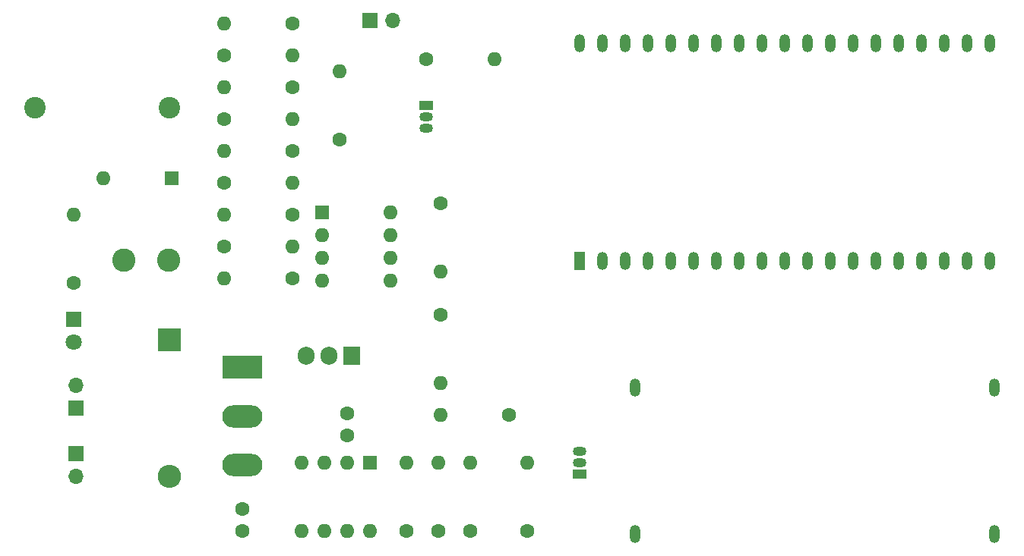
<source format=gbs>
G04 #@! TF.GenerationSoftware,KiCad,Pcbnew,(5.1.9)-1*
G04 #@! TF.CreationDate,2021-04-19T00:56:38+02:00*
G04 #@! TF.ProjectId,geiger,67656967-6572-42e6-9b69-6361645f7063,rev?*
G04 #@! TF.SameCoordinates,Original*
G04 #@! TF.FileFunction,Soldermask,Bot*
G04 #@! TF.FilePolarity,Negative*
%FSLAX46Y46*%
G04 Gerber Fmt 4.6, Leading zero omitted, Abs format (unit mm)*
G04 Created by KiCad (PCBNEW (5.1.9)-1) date 2021-04-19 00:56:38*
%MOMM*%
%LPD*%
G01*
G04 APERTURE LIST*
%ADD10O,1.700000X1.700000*%
%ADD11R,1.700000X1.700000*%
%ADD12O,1.200000X2.000000*%
%ADD13R,1.200000X2.000000*%
%ADD14O,1.600000X1.600000*%
%ADD15R,1.600000X1.600000*%
%ADD16R,1.500000X1.050000*%
%ADD17O,1.500000X1.050000*%
%ADD18O,1.905000X2.000000*%
%ADD19R,1.905000X2.000000*%
%ADD20O,4.500000X2.500000*%
%ADD21R,4.500000X2.500000*%
%ADD22C,1.600000*%
%ADD23C,2.600000*%
%ADD24C,1.800000*%
%ADD25R,1.800000X1.800000*%
%ADD26O,2.600000X2.600000*%
%ADD27R,2.600000X2.600000*%
%ADD28C,2.400000*%
G04 APERTURE END LIST*
D10*
X62992000Y-137033000D03*
D11*
X60452000Y-137033000D03*
D12*
X129540000Y-163915000D03*
X129540000Y-139615000D03*
X127000000Y-163915000D03*
X127000000Y-139615000D03*
X124460000Y-163915000D03*
X124460000Y-139615000D03*
X121920000Y-163915000D03*
X121920000Y-139615000D03*
X119380000Y-163915000D03*
X119380000Y-139615000D03*
X116840000Y-163915000D03*
X116840000Y-139615000D03*
X114300000Y-163915000D03*
X114300000Y-139615000D03*
X111760000Y-163915000D03*
X111760000Y-139615000D03*
X109220000Y-163915000D03*
X109220000Y-139615000D03*
X106680000Y-163915000D03*
X106680000Y-139615000D03*
X104140000Y-163915000D03*
X104140000Y-139615000D03*
X101600000Y-163915000D03*
X101600000Y-139615000D03*
X99060000Y-163915000D03*
X99060000Y-139615000D03*
X96520000Y-163915000D03*
X96520000Y-139615000D03*
X93980000Y-163915000D03*
X93980000Y-139615000D03*
X91440000Y-163915000D03*
X91440000Y-139615000D03*
X88900000Y-163915000D03*
X88900000Y-139615000D03*
X86360000Y-163915000D03*
X86360000Y-139615000D03*
D13*
X83820000Y-163915000D03*
D12*
X83820000Y-139615000D03*
X89982000Y-178032000D03*
X89982000Y-194332000D03*
X129982000Y-178032000D03*
X129982000Y-194332000D03*
D14*
X62738000Y-158496000D03*
X55118000Y-166116000D03*
X62738000Y-161036000D03*
X55118000Y-163576000D03*
X62738000Y-163576000D03*
X55118000Y-161036000D03*
X62738000Y-166116000D03*
D15*
X55118000Y-158496000D03*
D16*
X83820000Y-187706000D03*
D17*
X83820000Y-185166000D03*
X83820000Y-186436000D03*
D14*
X60452000Y-194056000D03*
X52832000Y-186436000D03*
X57912000Y-194056000D03*
X55372000Y-186436000D03*
X55372000Y-194056000D03*
X57912000Y-186436000D03*
X52832000Y-194056000D03*
D15*
X60452000Y-186436000D03*
D16*
X66675000Y-146558000D03*
D17*
X66675000Y-149098000D03*
X66675000Y-147828000D03*
D18*
X53340000Y-174498000D03*
X55880000Y-174498000D03*
D19*
X58420000Y-174498000D03*
D20*
X46228000Y-186668000D03*
X46228000Y-181218000D03*
D21*
X46228000Y-175768000D03*
D10*
X27686000Y-177800000D03*
D11*
X27686000Y-180340000D03*
D14*
X74295000Y-141351000D03*
D22*
X66675000Y-141351000D03*
D14*
X57023000Y-142748000D03*
D22*
X57023000Y-150368000D03*
D14*
X44196000Y-165862000D03*
D22*
X51816000Y-165862000D03*
D14*
X51816000Y-162306000D03*
D22*
X44196000Y-162306000D03*
D14*
X44196000Y-158750000D03*
D22*
X51816000Y-158750000D03*
D14*
X51816000Y-155194000D03*
D22*
X44196000Y-155194000D03*
D14*
X44196000Y-137414000D03*
D22*
X51816000Y-137414000D03*
D14*
X51816000Y-140970000D03*
D22*
X44196000Y-140970000D03*
D14*
X44196000Y-144526000D03*
D22*
X51816000Y-144526000D03*
D14*
X51816000Y-148082000D03*
D22*
X44196000Y-148082000D03*
D14*
X44196000Y-151638000D03*
D22*
X51816000Y-151638000D03*
D14*
X27432000Y-158750000D03*
D22*
X27432000Y-166370000D03*
D14*
X68326000Y-165100000D03*
D22*
X68326000Y-157480000D03*
D14*
X77978000Y-186436000D03*
D22*
X77978000Y-194056000D03*
D14*
X68326000Y-181102000D03*
D22*
X75946000Y-181102000D03*
D14*
X68326000Y-177546000D03*
D22*
X68326000Y-169926000D03*
D14*
X71628000Y-186436000D03*
D22*
X71628000Y-194056000D03*
D14*
X68072000Y-186436000D03*
D22*
X68072000Y-194056000D03*
D14*
X64516000Y-186436000D03*
D22*
X64516000Y-194056000D03*
D23*
X38020000Y-163830000D03*
X33020000Y-163830000D03*
D24*
X27432000Y-172974000D03*
D25*
X27432000Y-170434000D03*
D26*
X38100000Y-187960000D03*
D27*
X38100000Y-172720000D03*
D14*
X30734000Y-154686000D03*
D15*
X38354000Y-154686000D03*
D28*
X23100000Y-146812000D03*
X38100000Y-146812000D03*
D22*
X57912000Y-180888000D03*
X57912000Y-183388000D03*
X46228000Y-191556000D03*
X46228000Y-194056000D03*
D10*
X27686000Y-187960000D03*
D11*
X27686000Y-185420000D03*
M02*

</source>
